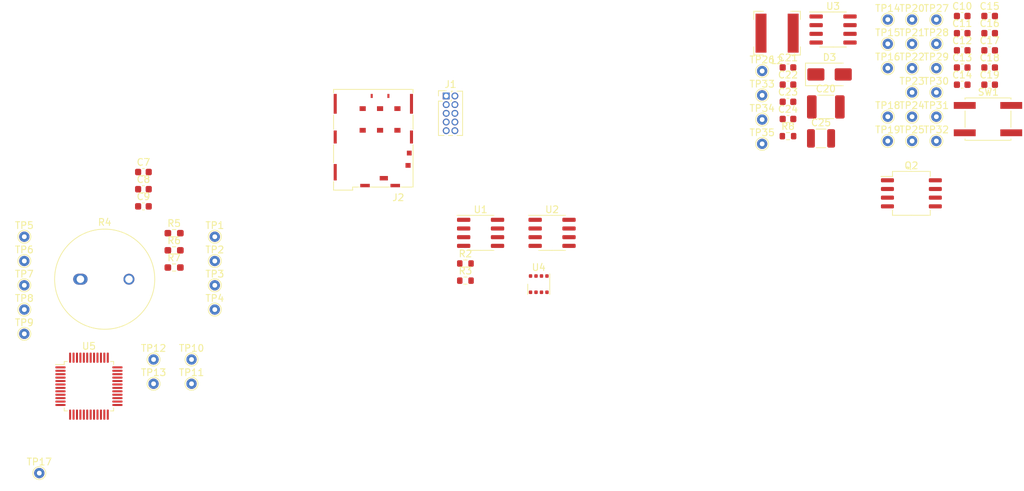
<source format=kicad_pcb>
(kicad_pcb (version 20221018) (generator pcbnew)
  (layers (0 "F.Cu" signal) (31 "B.Cu" signal) (34 "B.Paste" user) (35 "F.Paste" user) (36 "B.SilkS" user "B.Silkscreen") (37 "F.SilkS" user "F.Silkscreen") (38 "B.Mask" user) (39 "F.Mask" user) (44 "Edge.Cuts" user))
  (net 0 "")
  (net 1 "/JTAG/VTref")
  (net 2 "/JTAG/GND")
  (net 4 "/SIM/C1")
  (net 5 "/SIM/C2")
  (net 6 "/SIM/C3")
  (net 7 "/SIM/C7")
  (net 8 "/SIM/C5")
  (net 9 "/SIM/C6")
  (net 10 "/SIM/CSW")
  (net 11 "/SIM/DSW")
  (net 12 "GND")
  (net 13 "Net-(U1-A1)")
  (net 14 "/EEPROM/GND")
  (net 15 "/EEPROM/VCC")
  (net 16 "Net-(U1-A0)")
  (net 17 "/EEPROM/SDA")
  (net 18 "/EEPROM/SCL")
  (net 21 "Net-(U2-VBACK)")
  (net 22 "/RTC/GND")
  (net 24 "/Temperature Sensor/GND")
  (net 25 "/Temperature Sensor/VDDIO")
  (net 26 "/Temperature Sensor/VDD")
  (net 27 "/MCU/JTAG.JTMS{slash}SWDIO")
  (net 28 "/MCU/JTAG.JTCK{slash}SWCLK")
  (net 29 "/MCU/JTAG.JTDO")
  (net 30 "/MCU/JTAG.JTDI")
  (net 31 "/MCU/JTAG.JNTRST")
  (net 32 "/Irradiation Sensor/V_Meas")
  (net 33 "/Irradiation Sensor/GND")
  (net 34 "/Irradiation Sensor/VDD")
  (net 35 "/MCU/SPI1.MISO")
  (net 36 "/MCU/SPI1.SCK")
  (net 37 "/MCU/SPI1.MOSI")
  (net 38 "/MCU/SPI1.NSS")
  (net 39 "/MCU/I2C2.SCL")
  (net 40 "/MCU/I2C2.SDA")
  (net 41 "/RTC/VDD")
  (net 42 "/MCU/VBAT")
  (net 43 "/MCU/TAMPER-RTC")
  (net 44 "/MCU/OSC32_IN")
  (net 45 "/MCU/OSC32_OUT")
  (net 48 "/MCU/VCC")
  (net 49 "/MCU/GND")
  (net 50 "/MCU/NRST")
  (net 51 "/MCU/PA0")
  (net 52 "/MCU/PA1")
  (net 53 "/MCU/PA2")
  (net 54 "/MCU/PA3")
  (net 55 "/MCU/PB0")
  (net 56 "/MCU/PB1")
  (net 57 "/MCU/PB2")
  (net 58 "/PSU/GND")
  (net 59 "/MCU/PB12")
  (net 60 "/MCU/PB13")
  (net 61 "/MCU/PB14")
  (net 62 "/MCU/PB15")
  (net 63 "/MCU/PA8")
  (net 64 "/MCU/PA9")
  (net 65 "/MCU/PA10")
  (net 66 "/MCU/PA11")
  (net 67 "/MCU/PA12")
  (net 68 "/PSU/3V3")
  (net 69 "/MCU/PB5")
  (net 71 "/MCU/PB8")
  (net 72 "/MCU/PB9")
  (net 73 "Net-(U3-SS)")
  (net 74 "Net-(U3-LX)")
  (net 75 "Net-(U3-BOOT)")
  (net 76 "Net-(C23-Pad1)")
  (net 77 "Net-(U3-COMP)")
  (net 78 "/PSU/VIN")
  (net 79 "/Battery connector/V_BAT")
  (net 80 "Net-(Q2-G)")
  (footprint "Capacitor_SMD:C_0603_1608Metric" (layer "F.Cu") (at 210.94 57.195)
    (fp_text reference "C17" (at 0 -1.43) (layer "F.SilkS"))
    (fp_text value "0,1u")
    (pad "1" smd roundrect (at -0.775 0) (size 0.9 0.95) (layers "F.Cu" "F.Paste" "F.Mask") (net 48 "/MCU/VCC"))
    (pad "2" smd roundrect (at 0.775 0) (size 0.9 0.95) (layers "F.Cu" "F.Paste" "F.Mask") (net 49 "/MCU/GND"))
  )
  (footprint "Capacitor_SMD:C_0603_1608Metric" (layer "F.Cu") (at 181.46 67.225)
    (fp_text reference "C24" (at 0 -1.43) (layer "F.SilkS"))
    (fp_text value "120pF")
    (pad "1" smd roundrect (at -0.775 0) (size 0.9 0.95) (layers "F.Cu" "F.Paste" "F.Mask") (net 77 "Net-(U3-COMP)"))
    (pad "2" smd roundrect (at 0.775 0) (size 0.9 0.95) (layers "F.Cu" "F.Paste" "F.Mask") (net 58 "/PSU/GND"))
  )
  (footprint "TestPoint:TestPoint_THTPad_D1.5mm_Drill0.7mm" (layer "F.Cu") (at 199.6 59.795)
    (fp_text reference "TP22" (at 0 -1.648) (layer "F.SilkS"))
    (fp_text value "TestPoint")
    (pad "1" thru_hole circle (at 0 0) (size 1.5 1.5) (drill 0.7) (layers "*.Cu" "*.Mask") (net 67 "/MCU/PA12"))
  )
  (footprint "Package_SO:SOIC-8_3.9x4.9mm_P1.27mm" (layer "F.Cu") (at 136.52 83.8725)
    (fp_text reference "U1" (at 0 -3.4) (layer "F.SilkS"))
    (fp_text value "AT24CS32-SSHM")
    (pad "1" smd roundrect (at -2.475 -1.905) (size 1.95 0.6) (layers "F.Cu" "F.Paste" "F.Mask") (net 16 "Net-(U1-A0)"))
    (pad "2" smd roundrect (at -2.475 -0.635) (size 1.95 0.6) (layers "F.Cu" "F.Paste" "F.Mask") (net 13 "Net-(U1-A1)"))
    (pad "3" smd roundrect (at -2.475 0.635) (size 1.95 0.6) (layers "F.Cu" "F.Paste" "F.Mask") (net 13 "Net-(U1-A1)"))
    (pad "4" smd roundrect (at -2.475 1.905) (size 1.95 0.6) (layers "F.Cu" "F.Paste" "F.Mask") (net 14 "/EEPROM/GND"))
    (pad "5" smd roundrect (at 2.475 1.905) (size 1.95 0.6) (layers "F.Cu" "F.Paste" "F.Mask") (net 17 "/EEPROM/SDA"))
    (pad "6" smd roundrect (at 2.475 0.635) (size 1.95 0.6) (layers "F.Cu" "F.Paste" "F.Mask") (net 18 "/EEPROM/SCL"))
    (pad "7" smd roundrect (at 2.475 -0.635) (size 1.95 0.6) (layers "F.Cu" "F.Paste" "F.Mask") (net 14 "/EEPROM/GND"))
    (pad "8" smd roundrect (at 2.475 -1.905) (size 1.95 0.6) (layers "F.Cu" "F.Paste" "F.Mask") (net 15 "/EEPROM/VCC"))
  )
  (footprint "TestPoint:TestPoint_THTPad_D1.5mm_Drill0.7mm" (layer "F.Cu") (at 196.05 52.695)
    (fp_text reference "TP14" (at 0 -1.648) (layer "F.SilkS"))
    (fp_text value "TestPoint")
    (pad "1" thru_hole circle (at 0 0) (size 1.5 1.5) (drill 0.7) (layers "*.Cu" "*.Mask") (net 51 "/MCU/PA0"))
  )
  (footprint "TestPoint:TestPoint_THTPad_D1.5mm_Drill0.7mm" (layer "F.Cu") (at 97.66 87.99)
    (fp_text reference "TP2" (at 0 -1.648) (layer "F.SilkS"))
    (fp_text value "TestPoint")
    (pad "1" thru_hole circle (at 0 0) (size 1.5 1.5) (drill 0.7) (layers "*.Cu" "*.Mask") (net 36 "/MCU/SPI1.SCK"))
  )
  (footprint "TestPoint:TestPoint_THTPad_D1.5mm_Drill0.7mm" (layer "F.Cu") (at 94.26 102.39)
    (fp_text reference "TP10" (at 0 -1.648) (layer "F.SilkS"))
    (fp_text value "TestPoint")
    (pad "1" thru_hole circle (at 0 0) (size 1.5 1.5) (drill 0.7) (layers "*.Cu" "*.Mask") (net 17 "/EEPROM/SDA"))
  )
  (footprint "TestPoint:TestPoint_THTPad_D1.5mm_Drill0.7mm" (layer "F.Cu") (at 177.68 63.765)
    (fp_text reference "TP33" (at 0 -1.648) (layer "F.SilkS"))
    (fp_text value "TestPoint")
    (pad "1" thru_hole circle (at 0 0) (size 1.5 1.5) (drill 0.7) (layers "*.Cu" "*.Mask") (net 74 "Net-(U3-LX)"))
  )
  (footprint "Package_SO:SOIC-8_3.9x4.9mm_P1.27mm" (layer "F.Cu") (at 146.97 83.8725)
    (fp_text reference "U2" (at 0 -3.4) (layer "F.SilkS"))
    (fp_text value "BQ32000")
    (pad "1" smd roundrect (at -2.475 -1.905) (size 1.95 0.6) (layers "F.Cu" "F.Paste" "F.Mask"))
    (pad "2" smd roundrect (at -2.475 -0.635) (size 1.95 0.6) (layers "F.Cu" "F.Paste" "F.Mask"))
    (pad "3" smd roundrect (at -2.475 0.635) (size 1.95 0.6) (layers "F.Cu" "F.Paste" "F.Mask") (net 21 "Net-(U2-VBACK)"))
    (pad "4" smd roundrect (at -2.475 1.905) (size 1.95 0.6) (layers "F.Cu" "F.Paste" "F.Mask") (net 22 "/RTC/GND"))
    (pad "5" smd roundrect (at 2.475 1.905) (size 1.95 0.6) (layers "F.Cu" "F.Paste" "F.Mask") (net 40 "/MCU/I2C2.SDA"))
    (pad "6" smd roundrect (at 2.475 0.635) (size 1.95 0.6) (layers "F.Cu" "F.Paste" "F.Mask") (net 39 "/MCU/I2C2.SCL"))
    (pad "7" smd roundrect (at 2.475 -0.635) (size 1.95 0.6) (layers "F.Cu" "F.Paste" "F.Mask"))
    (pad "8" smd roundrect (at 2.475 -1.905) (size 1.95 0.6) (layers "F.Cu" "F.Paste" "F.Mask") (net 41 "/RTC/VDD"))
  )
  (footprint "TestPoint:TestPoint_THTPad_D1.5mm_Drill0.7mm" (layer "F.Cu") (at 88.71 102.39)
    (fp_text reference "TP12" (at 0 -1.648) (layer "F.SilkS"))
    (fp_text value "TestPoint")
    (pad "1" thru_hole circle (at 0 0) (size 1.5 1.5) (drill 0.7) (layers "*.Cu" "*.Mask") (net 39 "/MCU/I2C2.SCL"))
  )
  (footprint "Inductor_SMD:L_Bourns-SRN6028" (layer "F.Cu") (at 179.865 54.68)
    (fp_text reference "L2" (at 0 4) (layer "F.SilkS"))
    (fp_text value "15uH")
    (pad "1" smd rect (at -2.35 0) (size 1.6 5.7) (layers "F.Cu" "F.Paste" "F.Mask") (net 74 "Net-(U3-LX)"))
    (pad "2" smd rect (at 2.35 0) (size 1.6 5.7) (layers "F.Cu" "F.Paste" "F.Mask") (net 68 "/PSU/3V3"))
  )
  (footprint "TestPoint:TestPoint_THTPad_D1.5mm_Drill0.7mm" (layer "F.Cu") (at 177.68 70.865)
    (fp_text reference "TP35" (at 0 -1.648) (layer "F.SilkS"))
    (fp_text value "TestPoint")
    (pad "1" thru_hole circle (at 0 0) (size 1.5 1.5) (drill 0.7) (layers "*.Cu" "*.Mask") (net 68 "/PSU/3V3"))
  )
  (footprint "Package_QFP:LQFP-48_7x7mm_P0.5mm" (layer "F.Cu") (at 79.26 106.29)
    (fp_text reference "U5" (at 0 -5.85) (layer "F.SilkS"))
    (fp_text value "STM32F101C8Tx")
    (pad "1" smd roundrect (at -4.1625 -2.75) (size 1.475 0.3) (layers "F.Cu" "F.Paste" "F.Mask") (net 42 "/MCU/VBAT"))
    (pad "2" smd roundrect (at -4.1625 -2.25) (size 1.475 0.3) (layers "F.Cu" "F.Paste" "F.Mask") (net 43 "/MCU/TAMPER-RTC"))
    (pad "3" smd roundrect (at -4.1625 -1.75) (size 1.475 0.3) (layers "F.Cu" "F.Paste" "F.Mask") (net 44 "/MCU/OSC32_IN"))
    (pad "4" smd roundrect (at -4.1625 -1.25) (size 1.475 0.3) (layers "F.Cu" "F.Paste" "F.Mask") (net 45 "/MCU/OSC32_OUT"))
    (pad "5" smd roundrect (at -4.1625 -0.75) (size 1.475 0.3) (layers "F.Cu" "F.Paste" "F.Mask"))
    (pad "6" smd roundrect (at -4.1625 -0.25) (size 1.475 0.3) (layers "F.Cu" "F.Paste" "F.Mask"))
    (pad "7" smd roundrect (at -4.1625 0.25) (size 1.475 0.3) (layers "F.Cu" "F.Paste" "F.Mask") (net 50 "/MCU/NRST"))
    (pad "8" smd roundrect (at -4.1625 0.75) (size 1.475 0.3) (layers "F.Cu" "F.Paste" "F.Mask") (net 49 "/MCU/GND"))
    (pad "9" smd roundrect (at -4.1625 1.25) (size 1.475 0.3) (layers "F.Cu" "F.Paste" "F.Mask") (net 48 "/MCU/VCC"))
    (pad "10" smd roundrect (at -4.1625 1.75) (size 1.475 0.3) (layers "F.Cu" "F.Paste" "F.Mask") (net 51 "/MCU/PA0"))
    (pad "11" smd roundrect (at -4.1625 2.25) (size 1.475 0.3) (layers "F.Cu" "F.Paste" "F.Mask") (net 52 "/MCU/PA1"))
    (pad "12" smd roundrect (at -4.1625 2.75) (size 1.475 0.3) (layers "F.Cu" "F.Paste" "F.Mask") (net 53 "/MCU/PA2"))
    (pad "13" smd roundrect (at -2.75 4.1625) (size 0.3 1.475) (layers "F.Cu" "F.Paste" "F.Mask") (net 54 "/MCU/PA3"))
    (pad "14" smd roundrect (at -2.25 4.1625) (size 0.3 1.475) (layers "F.Cu" "F.Paste" "F.Mask") (net 38 "/MCU/SPI1.NSS"))
    (pad "15" smd roundrect (at -1.75 4.1625) (size 0.3 1.475) (layers "F.Cu" "F.Paste" "F.Mask") (net 36 "/MCU/SPI1.SCK"))
    (pad "16" smd roundrect (at -1.25 4.1625) (size 0.3 1.475) (layers "F.Cu" "F.Paste" "F.Mask") (net 35 "/MCU/SPI1.MISO"))
    (pad "17" smd roundrect (at -0.75 4.1625) (size 0.3 1.475) (layers "F.Cu" "F.Paste" "F.Mask") (net 37 "/MCU/SPI1.MOSI"))
    (pad "18" smd roundrect (at -0.25 4.1625) (size 0.3 1.475) (layers "F.Cu" "F.Paste" "F.Mask") (net 55 "/MCU/PB0"))
    (pad "19" smd roundrect (at 0.25 4.1625) (size 0.3 1.475) (layers "F.Cu" "F.Paste" "F.Mask") (net 56 "/MCU/PB1"))
    (pad "20" smd roundrect (at 0.75 4.1625) (size 0.3 1.475) (layers "F.Cu" "F.Paste" "F.Mask") (net 57 "/MCU/PB2"))
    (pad "21" smd roundrect (at 1.25 4.1625) (size 0.3 1.475) (layers "F.Cu" "F.Paste" "F.Mask") (net 39 "/MCU/I2C2.SCL"))
    (pad "22" smd roundrect (at 1.75 4.1625) (size 0.3 1.475) (layers "F.Cu" "F.Paste" "F.Mask") (net 40 "/MCU/I2C2.SDA"))
    (pad "23" smd roundrect (at 2.25 4.1625) (size 0.3 1.475) (layers "F.Cu" "F.Paste" "F.Mask") (net 49 "/MCU/GND"))
    (pad "24" smd roundrect (at 2.75 4.1625) (size 0.3 1.475) (layers "F.Cu" "F.Paste" "F.Mask") (net 48 "/MCU/VCC"))
    (pad "25" smd roundrect (at 4.1625 2.75) (size 1.475 0.3) (layers "F.Cu" "F.Paste" "F.Mask") (net 59 "/MCU/PB12"))
    (pad "26" smd roundrect (at 4.1625 2.25) (size 1.475 0.3) (layers "F.Cu" "F.Paste" "F.Mask") (net 60 "/MCU/PB13"))
    (pad "27" smd roundrect (at 4.1625 1.75) (size 1.475 0.3) (layers "F.Cu" "F.Paste" "F.Mask") (net 61 "/MCU/PB14"))
    (pad "28" smd roundrect (at 4.1625 1.25) (size 1.475 0.3) (layers "F.Cu" "F.Paste" "F.Mask") (net 62 "/MCU/PB15"))
    (pad "29" smd roundrect (at 4.1625 0.75) (size 1.475 0.3) (layers "F.Cu" "F.Paste" "F.Mask") (net 63 "/MCU/PA8"))
    (pad "30" smd roundrect (at 4.1625 0.25) (size 1.475 0.3) (layers "F.Cu" "F.Paste" "F.Mask") (net 64 "/MCU/PA9"))
    (pad "31" smd roundrect (at 4.1625 -0.25) (size 1.475 0.3) (layers "F.Cu" "F.Paste" "F.Mask") (net 65 "/MCU/PA10"))
    (pad "32" smd roundrect (at 4.1625 -0.75) (size 1.475 0.3) (layers "F.Cu" "F.Paste" "F.Mask") (net 66 "/MCU/PA11"))
    (pad "33" smd roundrect (at 4.1625 -1.25) (size 1.475 0.3) (layers "F.Cu" "F.Paste" "F.Mask") (net 67 "/MCU/PA12"))
    (pad "34" smd roundrect (at 4.1625 -1.75) (size 1.475 0.3) (layers "F.Cu" "F.Paste" "F.Mask") (net 27 "/MCU/JTAG.JTMS{slash}SWDIO"))
    (pad "35" smd roundrect (at 4.1625 -2.25) (size 1.475 0.3) (layers "F.Cu" "F.Paste" "F.Mask") (net 49 "/MCU/GND"))
    (pad "36" smd roundrect (at 4.1625 -2.75) (size 1.475 0.3) (layers "F.Cu" "F.Paste" "F.Mask") (net 48 "/MCU/VCC"))
    (pad "37" smd roundrect (at 2.75 -4.1625) (size 0.3 1.475) (layers "F.Cu" "F.Paste" "F.Mask") (net 28 "/MCU/JTAG.JTCK{slash}SWCLK"))
    (pad "38" smd roundrect (at 2.25 -4.1625) (size 0.3 1.475) (layers "F.Cu" "F.Paste" "F.Mask") (net 30 "/MCU/JTAG.JTDI"))
    (pad "39" smd roundrect (at 1.75 -4.1625) (size 0.3 1.475) (layers "F.Cu" "F.Paste" "F.Mask") (net 29 "/MCU/JTAG.JTDO"))
    (pad "40" smd roundrect (at 1.25 -4.1625) (size 0.3 1.475) (layers "F.Cu" "F.Paste" "F.Mask") (net 31 "/MCU/JTAG.JNTRST"))
    (pad "41" smd roundrect (at 0.75 -4.1625) (size 0.3 1.475) (layers "F.Cu" "F.Paste" "F.Mask") (net 69 "/MCU/PB5"))
    (pad "42" smd roundrect (at 0.25 -4.1625) (size 0.3 1.475) (layers "F.Cu" "F.Paste" "F.Mask") (net 18 "/EEPROM/SCL"))
    (pad "43" smd roundrect (at -0.25 -4.1625) (size 0.3 1.475) (layers "F.Cu" "F.Paste" "F.Mask") (net 17 "/EEPROM/SDA"))
    (pad "44" smd roundrect (at -0.75 -4.1625) (size 0.3 1.475) (layers "F.Cu" "F.Paste" "F.Mask"))
    (pad "45" smd roundrect (at -1.25 -4.1625) (size 0.3 1.475) (layers "F.Cu" "F.Paste" "F.Mask") (net 71 "/MCU/PB8"))
    (pad "46" smd roundrect (at -1.75 -4.1625) (size 0.3 1.475) (layers "F.Cu" "F.Paste" "F.Mask") (net 72 "/MCU/PB9"))
    (pad "47" smd roundrect (at -2.25 -4.1625) (size 0.3 1.475) (layers "F.Cu" "F.Paste" "F.Mask") (net 49 "/MCU/GND"))
    (pad "48" smd roundrect (at -2.75 -4.1625) (size 0.3 1.475) (layers "F.Cu" "F.Paste" "F.Mask") (net 48 "/MCU/VCC"))
  )
  (footprint "Diode_SMD:D_SMA" (layer "F.Cu") (at 187.535 60.715)
    (fp_text reference "D3" (at 0 -2.5) (layer "F.SilkS"))
    (fp_text value "B120-E3")
    (pad "1" smd roundrect (at -2 0) (size 2.5 1.8) (layers "F.Cu" "F.Paste" "F.Mask") (roundrect_rratio 0.1388888889) (net 68 "/PSU/3V3"))
    (pad "2" smd roundrect (at 2 0) (size 2.5 1.8) (layers "F.Cu" "F.Paste" "F.Mask") (roundrect_rratio 0.1388888889) (net 58 "/PSU/GND"))
  )
  (footprint "TestPoint:TestPoint_THTPad_D1.5mm_Drill0.7mm" (layer "F.Cu") (at 97.66 91.54)
    (fp_text reference "TP3" (at 0 -1.648) (layer "F.SilkS"))
    (fp_text value "TestPoint")
    (pad "1" thru_hole circle (at 0 0) (size 1.5 1.5) (drill 0.7) (layers "*.Cu" "*.Mask") (net 37 "/MCU/SPI1.MOSI"))
  )
  (footprint "TestPoint:TestPoint_THTPad_D1.5mm_Drill0.7mm" (layer "F.Cu") (at 203.15 63.345)
    (fp_text reference "TP30" (at 0 -1.648) (layer "F.SilkS"))
    (fp_text value "TestPoint")
    (pad "1" thru_hole circle (at 0 0) (size 1.5 1.5) (drill 0.7) (layers "*.Cu" "*.Mask") (net 62 "/MCU/PB15"))
  )
  (footprint "Package_LGA:Bosch_LGA-8_3x3mm_P0.8mm_ClockwisePinNumbering" (layer "F.Cu") (at 145.02 91.3725)
    (fp_text reference "U4" (at 0 -2.45) (layer "F.SilkS"))
    (fp_text value "BME680")
    (pad "1" smd roundrect (at -1.2 -1.1875) (size 0.5 0.525) (layers "F.Cu" "F.Paste" "F.Mask") (net 24 "/Temperature Sensor/GND"))
    (pad "2" smd roundrect (at -0.4 -1.1875) (size 0.5 0.525) (layers "F.Cu" "F.Paste" "F.Mask") (net 38 "/MCU/SPI1.NSS"))
    (pad "3" smd roundrect (at 0.4 -1.1875) (size 0.5 0.525) (layers "F.Cu" "F.Paste" "F.Mask") (net 37 "/MCU/SPI1.MOSI"))
    (pad "4" smd roundrect (at 1.2 -1.1875) (size 0.5 0.525) (layers "F.Cu" "F.Paste" "F.Mask") (net 36 "/MCU/SPI1.SCK"))
    (pad "5" smd roundrect (at 1.2 1.1875) (size 0.5 0.525) (layers "F.Cu" "F.Paste" "F.Mask") (net 35 "/MCU/SPI1.MISO"))
    (pad "6" smd roundrect (at 0.4 1.1875) (size 0.5 0.525) (layers "F.Cu" "F.Paste" "F.Mask") (net 25 "/Temperature Sensor/VDDIO"))
    (pad "7" smd roundrect (at -0.4 1.1875) (size 0.5 0.525) (layers "F.Cu" "F.Paste" "F.Mask") (net 24 "/Temperature Sensor/GND"))
    (pad "8" smd roundrect (at -1.2 1.1875) (size 0.5 0.525) (layers "F.Cu" "F.Paste" "F.Mask") (net 26 "/Temperature Sensor/VDD"))
  )
  (footprint "Capacitor_SMD:C_0603_1608Metric" (layer "F.Cu") (at 206.93 62.215)
    (fp_text reference "C14" (at 0 -1.43) (layer "F.SilkS"))
    (fp_text value "0,1u")
    (pad "1" smd roundrect (at -0.775 0) (size 0.9 0.95) (layers "F.Cu" "F.Paste" "F.Mask") (net 42 "/MCU/VBAT"))
    (pad "2" smd roundrect (at 0.775 0) (size 0.9 0.95) (layers "F.Cu" "F.Paste" "F.Mask") (net 49 "/MCU/GND"))
  )
  (footprint "TestPoint:TestPoint_THTPad_D1.5mm_Drill0.7mm" (layer "F.Cu") (at 69.81 87.99)
    (fp_text reference "TP6" (at 0 -1.648) (layer "F.SilkS"))
    (fp_text value "TestPoint")
    (pad "1" thru_hole circle (at 0 0) (size 1.5 1.5) (drill 0.7) (layers "*.Cu" "*.Mask") (net 28 "/MCU/JTAG.JTCK{slash}SWCLK"))
  )
  (footprint "Resistor_SMD:R_0603_1608Metric" (layer "F.Cu") (at 134.3 90.8625)
    (fp_text reference "R3" (at 0 -1.43) (layer "F.SilkS"))
    (fp_text value "10k")
    (pad "1" smd roundrect (at -0.825 0) (size 0.8 0.95) (layers "F.Cu" "F.Paste" "F.Mask") (net 15 "/EEPROM/VCC"))
    (pad "2" smd roundrect (at 0.825 0) (size 0.8 0.95) (layers "F.Cu" "F.Paste" "F.Mask") (net 16 "Net-(U1-A0)"))
  )
  (footprint "Resistor_SMD:R_0603_1608Metric_Pad0.98x0.95mm_HandSolder" (layer "F.Cu") (at 91.71 83.92)
    (fp_text reference "R5" (at 0 -1.43) (layer "F.SilkS"))
    (fp_text value "100k")
    (pad "1" smd roundrect (at -0.9125 0) (size 0.975 0.95) (layers "F.Cu" "F.Paste" "F.Mask") (net 34 "/Irradiation Sensor/VDD"))
    (pad "2" smd roundrect (at 0.9125 0) (size 0.975 0.95) (layers "F.Cu" "F.Paste" "F.Mask") (net 32 "/Irradiation Sensor/V_Meas"))
  )
  (footprint "TestPoint:TestPoint_THTPad_D1.5mm_Drill0.7mm" (layer "F.Cu") (at 203.15 70.445)
    (fp_text reference "TP32" (at 0 -1.648) (layer "F.SilkS"))
    (fp_text value "TestPoint")
    (pad "1" thru_hole circle (at 0 0) (size 1.5 1.5) (drill 0.7) (layers "*.Cu" "*.Mask") (net 72 "/MCU/PB9"))
  )
  (footprint "Package_SO:SOIC-8_3.9x4.9mm_P1.27mm" (layer "F.Cu") (at 188.05 54.145)
    (fp_text reference "U3" (at 0 -3.4) (layer "F.SilkS"))
    (fp_text value "TPS5403")
    (pad "1" smd roundrect (at -2.475 -1.905) (size 1.95 0.6) (layers "F.Cu" "F.Paste" "F.Mask") (net 75 "Net-(U3-BOOT)"))
    (pad "2" smd roundrect (at -2.475 -0.635) (size 1.95 0.6) (layers "F.Cu" "F.Paste" "F.Mask") (net 78 "/PSU/VIN"))
    (pad "3" smd roundrect (at -2.475 0.635) (size 1.95 0.6) (layers "F.Cu" "F.Paste" "F.Mask"))
    (pad "4" smd roundrect (at -2.475 1.905) (size 1.95 0.6) (layers "F.Cu" "F.Paste" "F.Mask") (net 73 "Net-(U3-SS)"))
    (pad "5" smd roundrect (at 2.475 1.905) (size 1.95 0.6) (layers "F.Cu" "F.Paste" "F.Mask"))
    (pad "6" smd roundrect (at 2.475 0.635) (size 1.95 0.6) (layers "F.Cu" "F.Paste" "F.Mask") (net 77 "Net-(U3-COMP)"))
    (pad "7" smd roundrect (at 2.475 -0.635) (size 1.95 0.6) (layers "F.Cu" "F.Paste" "F.Mask") (net 58 "/PSU/GND"))
    (pad "8" smd roundrect (at 2.475 -1.905) (size 1.95 0.6) (layers "F.Cu" "F.Paste" "F.Mask") (net 74 "Net-(U3-LX)"))
  )
  (footprint "Resistor_SMD:R_0603_1608Metric_Pad0.98x0.95mm_HandSolder" (layer "F.Cu") (at 91.71 86.43)
    (fp_text reference "R6" (at 0 -1.43) (layer "F.SilkS"))
    (fp_text value "100k")
    (pad "1" smd roundrect (at -0.9125 0) (size 0.975 0.95) (layers "F.Cu" "F.Paste" "F.Mask") (net 34 "/Irradiation Sensor/VDD"))
    (pad "2" smd roundrect (at 0.9125 0) (size 0.975 0.95) (layers "F.Cu" "F.Paste" "F.Mask") (net 32 "/Irradiation Sensor/V_Meas"))
  )
  (footprint "TestPoint:TestPoint_THTPad_D1.5mm_Drill0.7mm" (layer "F.Cu") (at 203.15 56.245)
    (fp_text reference "TP28" (at 0 -1.648) (layer "F.SilkS"))
    (fp_text value "TestPoint")
    (pad "1" thru_hole circle (at 0 0) (size 1.5 1.5) (drill 0.7) (layers "*.Cu" "*.Mask") (net 60 "/MCU/PB13"))
  )
  (footprint "TestPoint:TestPoint_THTPad_D1.5mm_Drill0.7mm" (layer "F.Cu") (at 199.6 63.345)
    (fp_text reference "TP23" (at 0 -1.648) (layer "F.SilkS"))
    (fp_text value "TestPoint")
    (pad "1" thru_hole circle (at 0 0) (size 1.5 1.5) (drill 0.7) (layers "*.Cu" "*.Mask") (net 55 "/MCU/PB0"))
  )
  (footprint "TestPoint:TestPoint_THTPad_D1.5mm_Drill0.7mm" (layer "F.Cu") (at 69.81 98.64)
    (fp_text reference "TP9" (at 0 -1.648) (layer "F.SilkS"))
    (fp_text value "TestPoint")
    (pad "1" thru_hole circle (at 0 0) (size 1.5 1.5) (drill 0.7) (layers "*.Cu" "*.Mask") (net 30 "/MCU/JTAG.JTDI"))
  )
  (footprint "Capacitor_SMD:C_0603_1608Metric" (layer "F.Cu") (at 181.46 62.205)
    (fp_text reference "C22" (at 0 -1.43) (layer "F.SilkS"))
    (fp_text value "0,1u")
    (pad "1" smd roundrect (at -0.775 0) (size 0.9 0.95) (layers "F.Cu" "F.Paste" "F.Mask") (net 74 "Net-(U3-LX)"))
    (pad "2" smd roundrect (at 0.775 0) (size 0.9 0.95) (layers "F.Cu" "F.Paste" "F.Mask") (net 75 "Net-(U3-BOOT)"))
  )
  (footprint "TestPoint:TestPoint_THTPad_D1.5mm_Drill0.7mm" (layer "F.Cu") (at 203.15 66.895)
    (fp_text reference "TP31" (at 0 -1.648) (layer "F.SilkS"))
    (fp_text value "TestPoint")
    (pad "1" thru_hole circle (at 0 0) (size 1.5 1.5) (drill 0.7) (layers "*.Cu" "*.Mask") (net 71 "/MCU/PB8"))
  )
  (footprint "TestPoint:TestPoint_THTPad_D1.5mm_Drill0.7mm" (layer "F.Cu") (at 69.81 95.09)
    (fp_text reference "TP8" (at 0 -1.648) (layer "F.SilkS"))
    (fp_text value "TestPoint")
    (pad "1" thru_hole circle (at 0 0) (size 1.5 1.5) (drill 0.7) (layers "*.Cu" "*.Mask") (net 29 "/MCU/JTAG.JTDO"))
  )
  (footprint "TestPoint:TestPoint_THTPad_D1.5mm_Drill0.7mm" (layer "F.Cu") (at 199.6 52.695)
    (fp_text reference "TP20" (at 0 -1.648) (layer "F.SilkS"))
    (fp_text value "TestPoint")
    (pad "1" thru_hole circle (at 0 0) (size 1.5 1.5) (drill 0.7) (layers "*.Cu" "*.Mask") (net 65 "/MCU/PA10"))
  )
  (footprint "Resistor_SMD:R_0603_1608Metric" (layer "F.Cu") (at 134.3 88.3525)
    (fp_text reference "R2" (at 0 -1.43) (layer "F.SilkS"))
    (fp_text value "10k")
    (pad "1" smd roundrect (at -0.825 0) (size 0.8 0.95) (layers "F.Cu" "F.Paste" "F.Mask") (net 13 "Net-(U1-A1)"))
    (pad "2" smd roundrect (at 0.825 0) (size 0.8 0.95) (layers "F.Cu" "F.Paste" "F.Mask") (net 14 "/EEPROM/GND"))
  )
  (footprint "TestPoint:TestPoint_THTPad_D1.5mm_Drill0.7mm" (layer "F.Cu") (at 72 119)
    (fp_text reference "TP17" (at 0 -1.648) (layer "F.SilkS"))
    (fp_text value "TestPoint")
    (pad "1" thru_hole circle (at 0 0) (size 1.5 1.5) (drill 0.7) (layers "*.Cu" "*.Mask") (net 54 "/MCU/PA3"))
  )
  (footprint "Resistor_SMD:R_0603_1608Metric_Pad0.98x0.95mm_HandSolder" (layer "F.Cu") (at 91.71 88.94)
    (fp_text reference "R7" (at 0 -1.43) (layer "F.SilkS"))
    (fp_text value "100k")
    (pad "1" smd roundrect (at -0.9125 0) (size 0.975 0.95) (layers "F.Cu" "F.Paste" "F.Mask") (net 32 "/Irradiation Sensor/V_Meas"))
    (pad "2" smd roundrect (at 0.9125 0) (size 0.975 0.95) (layers "F.Cu" "F.Paste" "F.Mask") (net 33 "/Irradiation Sensor/GND"))
  )
  (footprint "TestPoint:TestPoint_THTPad_D1.5mm_Drill0.7mm" (layer "F.Cu") (at 177.68 67.315)
    (fp_text reference "TP34" (at 0 -1.648) (layer "F.SilkS"))
    (fp_text value "TestPoint")
    (pad "1" thru_hole circle (at 0 0) (size 1.5 1.5) (drill 0.7) (layers "*.Cu" "*.Mask") (net 75 "Net-(U3-BOOT)"))
  )
  (footprint "TestPoint:TestPoint_THTPad_D1.5mm_Drill0.7mm" (layer "F.Cu") (at 196.05 70.445)
    (fp_text reference "TP19" (at 0 -1.648) (layer "F.SilkS"))
    (fp_text value "TestPoint")
    (pad "1" thru_hole circle (at 0 0) (size 1.5 1.5) (drill 0.7) (layers "*.Cu" "*.Mask") (net 64 "/MCU/PA9"))
  )
  (footprint "TestPoint:TestPoint_THTPad_D1.5mm_Drill0.7mm" (layer "F.Cu") (at 203.15 52.695)
    (fp_text reference "TP27" (at 0 -1.648) (layer "F.SilkS"))
    (fp_text value "TestPoint")
    (pad "1" thru_hole circle (at 0 0) (size 1.5 1.5) (drill 0.7) (layers "*.Cu" "*.Mask") (net 59 "/MCU/PB12"))
  )
  (footprint "Capacitor_SMD:C_0603_1608Metric" (layer "F.Cu") (at 206.93 52.175)
    (fp_text reference "C10" (at 0 -1.43) (layer "F.SilkS"))
    (fp_text value "0,47u")
    (pad "1" smd roundrect (at -0.775 0) (size 0.9 0.95) (layers "F.Cu" "F.Paste" "F.Mask") (net 42 "/MCU/VBAT"))
    (pad "2" smd roundrect (at 0.775 0) (size 0.9 0.95) (layers "F.Cu" "F.Paste" "F.Mask") (net 49 "/MCU/GND"))
  )
  (footprint "TestPoint:TestPoint_THTPad_D1.5mm_Drill0.7mm" (layer "F.Cu") (at 69.81 84.44)
    (fp_text reference "TP5" (at 0 -1.648) (layer "F.SilkS"))
    (fp_text value "TestPoint")
    (pad "1" thru_hole circle (at 0 0) (size 1.5 1.5) (drill 0.7) (layers "*.Cu" "*.Mask") (net 31 "/MCU/JTAG.JNTRST"))
  )
  (footprint "Connector_JAE:JAE_SIM_Card_SF72S006" (layer "F.Cu") (at 121.82 68.17)
    (fp_text reference "J2" (at 2.667 10.541 180) (layer "F.SilkS"))
    (fp_text value "JAE_SIM_Card_SF72S006")
    (pad "C1" smd rect (at -2.54 -2.46 180) (size 0.9 0.7) (layers "F.Cu" "F.Paste" "F.Mask") (net 4 "/SIM/C1"))
    (pad "C2" smd rect (at 0 -2.46 180) (size 0.9 0.7) (layers "F.Cu" "F.Paste" "F.Mask") (net 5 "/SIM/C2"))
    (pad "C3" smd rect (at 2.54 -2.46 180) (size 0.9 0.7) (layers "F.Cu" "F.Paste" "F.Mask") (net 6 "/SIM/C3"))
    (pad "C5" smd rect (at -2.54 0.71 180) (size 0.9 0.7) (layers "F.Cu" "F.Paste" "F.Mask") (net 8 "/SIM/C5"))
    (pad "C6" smd rect (at 0 0.71 180) (size 0.9 0.7) (layers "F.Cu" "F.Paste" "F.Mask") (net 9 "/SIM/C6"))
    (pad "C7" smd rect (at 2.54 0.71 180) (size 0.9 0.7) (layers "F.Cu" "F.Paste" "F.Mask") (net 7 "/SIM/C7"))
    (pad "CSW" smd rect (at 4.27 4.04 180) (size 0.7 0.7) (layers "F.Cu" "F.Paste" "F.Mask") (net 10 "/SIM/CSW"))
    (pad "DSW" smd rect (at 0.55 7.715 180) (size 1.2 0.65) (layers "F.Cu" "F.Paste" "F.Mask") (net 11 "/SIM/DSW"))
    (pad "SH" smd rect (at -6.555 -3.16 180) (size 0.45 2.9) (layers "F.Cu" "F.Paste" "F.Mask") (net 12 "GND"))
    (pad "SH" smd rect (at -6.555 1.69 180) (size 0.45 1.9) (layers "F.Cu" "F.Paste" "F.Mask") (net 12 "GND"))
    (pad "SH" smd rect (at -6.555 6.84 180) (size 0.45 2.4) (layers "F.Cu" "F.Paste" "F.Mask") (net 12 "GND"))
    (pad "SH" smd rect (at -2.2 8.79 180) (size 1.4 0.5) (layers "F.Cu" "F.Paste" "F.Mask") (net 12 "GND"))
    (pad "SH" smd rect (at -1.22 -4.31 180) (size 0.3 0.6) (layers "F.Cu" "F.Paste" "F.Mask") (net 12 "GND"))
    (pad "SH" smd rect (at 1.22 -4.31 180) (size 0.3 0.6) (layers "F.Cu" "F.Paste" "F.Mask") (net 12 "GND"))
    (pad "SH" smd rect (at 2.22 8.79 180) (size 1.4 0.5) (layers "F.Cu" "F.Paste" "F.Mask") (net 12 "GND"))
    (pad "SH" smd rect (at 4.095 5.84 180) (size 0.75 0.7) (layers "F.Cu" "F.Paste" "F.Mask") (net 12 "GND"))
    (pad "SH" smd rect (at 4.595 -3.16 180) (size 0.45 2.9) (layers "F.Cu" "F.Paste" "F.Mask") (net 12 "GND"))
    (pad "SH" smd rect (at 4.595 1.69 180) (size 0.45 1.9) (layers "F.Cu" "F.Paste" "F.Mask") (net 12 "GND"))
  )
  (footprint "Capacitor_SMD:C_0603_1608Metric" (layer "F.Cu") (at 206.93 57.195)
    (fp_text reference "C12" (at 0 -1.43) (layer "F.SilkS"))
    (fp_text value "0,47u")
    (pad "1" smd roundrect (at -0.775 0) (size 0.9 0.95) (layers "F.Cu" "F.Paste" "F.Mask") (net 48 "/MCU/VCC"))
    (pad "2" smd roundrect (at 0.775 0) (size 0.9 0.95) (layers "F.Cu" "F.Paste" "F.Mask") (net 49 "/MCU/GND"))
  )
  (footprint "TestPoint:TestPoint_THTPad_D1.5mm_Drill0.7mm" (layer "F.Cu") (at 94.26 105.94)
    (fp_text reference "TP11" (at 0 -1.648) (layer "F.SilkS"))
    (fp_text value "TestPoint")
    (pad "1" thru_hole circle (at 0 0) (size 1.5 1.5) (drill 0.7) (layers "*.Cu" "*.Mask") (net 18 "/EEPROM/SCL"))
  )
  (footprint "TestPoint:TestPoint_THTPad_D1.5mm_Drill0.7mm" (layer "F.Cu") (at 196.05 59.795)
    (fp_text reference "TP16" (at 0 -1.648) (layer "F.SilkS"))
    (fp_text value "TestPoint")
    (pad "1" thru_hole circle (at 0 0) (size 1.5 1.5) (drill 0.7) (layers "*.Cu" "*.Mask") (net 53 "/MCU/PA2"))
  )
  (footprint "Capacitor_SMD:C_0603_1608Metric" (layer "F.Cu") (at 181.46 59.695)
    (fp_text reference "C21" (at 0 -1.43) (layer "F.SilkS"))
    (fp_text value "10n")
    (pad "1" smd roundrect (at -0.775 0) (size 0.9 0.95) (layers "F.Cu" "F.Paste" "F.Mask") (net 73 "Net-(U3-SS)"))
    (pad "2" smd roundrect (at 0.775 0) (size 0.9 0.95) (layers "F.Cu" "F.Paste" "F.Mask") (net 58 "/PSU/GND"))
  )
  (footprint "TestPoint:TestPoint_THTPad_D1.5mm_Drill0.7mm" (layer "F.Cu") (at 97.66 84.44)
    (fp_text reference "TP1" (at 0 -1.648) (layer "F.SilkS"))
    (fp_text value "TestPoint")
    (pad "1" thru_hole circle (at 0 0) (size 1.5 1.5) (drill 0.7) (layers "*.Cu" "*.Mask") (net 35 "/MCU/SPI1.MISO"))
  )
  (footprint "TestPoint:TestPoint_THTPad_D1.5mm_Drill0.7mm" (layer "F.Cu") (at 196.05 66.895)
    (fp_text reference "TP18" (at 0 -1.648) (layer "F.SilkS"))
    (fp_text value "TestPoint")
    (pad "1" thru_hole circle (at 0 0) (size 1.5 1.5) (drill 0.7) (layers "*.Cu" "*.Mask") (net 63 "/MCU/PA8"))
  )
  (footprint "Capacitor_SMD:C_0603_1608Metric" (layer "F.Cu") (at 210.94 54.685)
    (fp_text reference "C16" (at 0 -1.43) (layer "F.SilkS"))
    (fp_text value "0,1u")
    (pad "1" smd roundrect (at -0.775 0) (size 0.9 0.95) (layers "F.Cu" "F.Paste" "F.Mask") (net 48 "/MCU/VCC"))
    (pad "2" smd roundrect (at 0.775 0) (size 0.9 0.95) (layers "F.Cu" "F.Paste" "F.Mask") (net 49 "/MCU/GND"))
  )
  (footprint "Capacitor_SMD:C_0603_1608Metric" (layer "F.Cu") (at 206.93 54.685)
    (fp_text reference "C11" (at 0 -1.43) (layer "F.SilkS"))
    (fp_text value "0,47u")
    (pad "1" smd roundrect (at -0.775 0) (size 0.9 0.95) (layers "F.Cu" "F.Paste" "F.Mask") (net 42 "/MCU/VBAT"))
    (pad "2" smd roundrect (at 0.775 0) (size 0.9 0.95) (layers "F.Cu" "F.Paste" "F.Mask") (net 49 "/MCU/GND"))
  )
  (footprint "Capacitor_SMD:C_0603_1608Metric" (layer "F.Cu") (at 181.46 64.715)
    (fp_text reference "C23" (at 0 -1.43) (layer "F.SilkS"))
    (fp_text value "12nF")
    (pad "1" smd roundrect (at -0.775 0) (size 0.9 0.95) (layers "F.Cu" "F.Paste" "F.Mask") (net 76 "Net-(C23-Pad1)"))
    (pad "2" smd roundrect (at 0.775 0) (size 0.9 0.95) (layers "F.Cu" "F.Paste" "F.Mask") (net 58 "/PSU/GND"))
  )
  (footprint "TestPoint:TestPoint_THTPad_D1.5mm_Drill0.7mm" (layer "F.Cu") (at 199.6 56.245)
    (fp_text reference "TP21" (at 0 -1.648) (layer "F.SilkS"))
    (fp_text value "TestPoint")
    (pad "1" thru_hole circle (at 0 0) (size 1.5 1.5) (drill 0.7) (layers "*.Cu" "*.Mask") (net 66 "/MCU/PA11"))
  )
  (footprint "Package_SO:SO-8_5.3x6.2mm_P1.27mm" (layer "F.Cu") (at 199.5 78.095)
    (fp_text reference "Q2" (at 0 -4.05) (layer "F.SilkS"))
    (fp_text value "PMOS")
    (pad "1" smd roundrect (at -3.5 -1.905) (size 1.9 0.6) (layers "F.Cu" "F.Paste" "F.Mask") (net 79 "/Battery connector/V_BAT"))
    (pad "2" smd roundrect (at -3.5 -0.635) (size 1.9 0.6) (layers "F.Cu" "F.Paste" "F.Mask") (net 80 "Net-(Q2-G)"))
    (pad "3" smd roundrect (at -3.5 0.635) (size 1.9 0.6) (layers "F.Cu" "F.Paste" "F.Mask"))
    (pad "4" smd roundrect (at -3.5 1.905) (size 1.9 0.6) (layers "F.Cu" "F.Paste" "F.Mask"))
    (pad "5" smd roundrect (at 3.5 1.905) (size 1.9 0.6) (layers "F.Cu" "F.Paste" "F.Mask"))
    (pad "6" smd roundrect (at 3.5 0.635) (size 1.9 0.6) (layers "F.Cu" "F.Paste" "F.Mask"))
    (pad "7" smd roundrect (at 3.5 -0.635) (size 1.9 0.6) (layers "F.Cu" "F.Paste" "F.Mask"))
    (pad "8" smd roundrect (at 3.5 -1.905) (size 1.9 0.6) (layers "F.Cu" "F.Paste" "F.Mask"))
  )
  (footprint "TestPoint:TestPoint_THTPad_D1.5mm_Drill0.7mm" (layer "F.Cu") (at 199.6 70.445)
    (fp_text reference "TP25" (at 0 -1.648) (layer "F.SilkS"))
    (fp_text value "TestPoint")
    (pad "1" thru_hole circle (at 0 0) (size 1.5 1.5) (drill 0.7) (layers "*.Cu" "*.Mask") (net 69 "/MCU/PB5"))
  )
  (footprint "TestPoint:TestPoint_THTPad_D1.5mm_Drill0.7mm" (layer "F.Cu") (at 88.71 105.94)
    (fp_text reference "TP13" (at 0 -1.648) (layer "F.SilkS"))
    (fp_text value "TestPoint")
    (pad "1" thru_hole circle (at 0 0) (size 1.5 1.5) (drill 0.7) (layers "*.Cu" "*.Mask") (net 40 "/MCU/I2C2.SDA"))
  )
  (footprint "TestPoint:TestPoint_THTPad_D1.5mm_Drill0.7mm" (layer "F.Cu") (at 199.6 66.895)
    (fp_text reference "TP24" (at 0 -1.648) (layer "F.SilkS"))
    (fp_text value "TestPoint")
    (pad "1" thru_hole circle (at 0 0) (size 1.5 1.5) (drill 0.7) (layers "*.Cu" "*.Mask") (net 56 "/MCU/PB1"))
  )
  (footprint "Capacitor_SMD:C_0603_1608Metric" (layer "F.Cu") (at 87.225 80)
    (fp_text reference "C9" (at 0 -1.43) (layer "F.SilkS"))
    (fp_text value "10n")
    (pad "1" smd roundrect (at -0.775 0) (size 0.9 0.95) (layers "F.Cu" "F.Paste" "F.Mask") (net 34 "/Irradiation Sensor/VDD"))
    (pad "2" smd roundrect (at 0.775 0) (size 0.9 0.95) (layers "F.Cu" "F.Paste" "F.Mask") (net 32 "/Irradiation Sensor/V_Meas"))
  )
  (footprint "Capacitor_SMD:C_0603_1608Metric" (layer "F.Cu") (at 87.225 77.49)
    (fp_text reference "C8" (at 0 -1.43) (layer "F.SilkS"))
    (fp_text value "10n")
    (pad "1" smd roundrect (at -0.775 0) (size 0.9 0.95) (layers "F.Cu" "F.Paste" "F.Mask") (net 34 "/Irradiation Sensor/VDD"))
    (pad "2" smd roundrect (at 0.775 0) (size 0.9 0.95) (layers "F.Cu" "F.Paste" "F.Mask") (net 33 "/Irradiation Sensor/GND"))
  )
  (footprint "Capacitor_SMD:C_0603_1608Metric" (layer "F.Cu") (at 206.93 59.705)
    (fp_text reference "C13" (at 0 -1.43) (layer "F.SilkS"))
    (fp_text value "0,47u")
    (pad "1" smd roundrect (at -0.775 0) (size 0.9 0.95) (layers "F.Cu" "F.Paste" "F.Mask") (net 48 "/MCU/VCC"))
    (pad "2" smd roundrect (at 0.775 0) (size 0.9 0.95) (layers "F.Cu" "F.Paste" "F.Mask") (net 49 "/MCU/GND"))
  )
  (footprint "Capacitor_SMD:C_0603_1608Metric" (layer "F.Cu") (at 210.94 52.175)
    (fp_text reference "C15" (at 0 -1.43) (layer "F.SilkS"))
    (fp_text value "0,1u")
    (pad "1" smd roundrect (at -0.775 0) (size 0.9 0.95) (layers "F.Cu" "F.Paste" "F.Mask") (net 48 "/MCU/VCC"))
    (pad "2" smd roundrect (at 0.775 0) (size 0.9 0.95) (layers "F.Cu" "F.Paste" "F.Mask") (net 49 "/MCU/GND"))
  )
  (footprint "Capacitor_SMD:C_1210_3225Metric" (layer "F.Cu") (at 186.29 70.065)
    (fp_text reference "C25" (at 0 -2.3) (layer "F.SilkS"))
    (fp_text value "10u")
    (pad "1" smd roundrect (at -1.475 0) (size 1.15 2.7) (layers "F.Cu" "F.Paste" "F.Mask") (roundrect_rratio 0.217391) (net 58 "/PSU/GND"))
    (pad "2" smd roundrect (at 1.475 0) (size 1.15 2.7) (layers "F.Cu" "F.Paste" "F.Mask") (roundrect_rratio 0.217391) (net 78 "/PSU/VIN"))
  )
  (footprint "TestPoint:TestPoint_THTPad_D1.5mm_Drill0.7mm" (layer "F.Cu") (at 196.05 56.245)
    (fp_text reference "TP15" (at 0 -1.648) (layer "F.SilkS"))
    (fp_text value "TestPoint")
    (pad "1" thru_hole circle (at 0 0) (size 1.5 1.5) (drill 0.7) (layers "*.Cu" "*.Mask") (net 52 "/MCU/PA1"))
  )
  (footprint "Resistor_SMD:R_0603_1608Metric" (layer "F.Cu") (at 181.46 69.735)
    (fp_text reference "R8" (at 0 -1.43) (layer "F.SilkS"))
    (fp_text value "3k74")
    (pad "1" smd roundrect (at -0.825 0) (size 0.8 0.95) (layers "F.Cu" "F.Paste" "F.Mask") (net 77 "Net-(U3-COMP)"))
    (pad "2" smd roundrect (at 0.825 0) (size 0.8 0.95) (layers "F.Cu" "F.Paste" "F.Mask") (net 76 "Net-(C23-Pad1)"))
  )
  (footprint "Connector_PinHeader_1.27mm:PinHeader_2x05_P1.27mm_Vertical" (layer "F.Cu") (at 131.49 63.86)
    (fp_text reference "J1" (at 0.635 -1.695) (layer "F.SilkS"))
    (fp_text value "Conn_ARM_JTAG_SWD_10")
    (pad "1" thru_hole rect (at 0 0) (size 1 1) (drill 0.65) (layers "*.Cu" "*.Mask") (net 1 "/JTAG/VTref"))
    (pad "2" thru_hole oval (at 1.27 0) (size 1 1) (drill 0.65) (layers "*.Cu" "*.Mask") (net 27 "/MCU/JTAG.JTMS{slash}SWDIO"))
    (pad "3" thru_hole oval (at 0 1.27) (size 1 1) (drill 0.65) (layers "*.Cu" "*.Mask") (net 2 "/JTAG/GND"))
    (pad "4" thru_hole oval (at 1.27 1.27) (size 1 1) (drill 0.65) (layers "*.Cu" "*.Mask") (net 28 "/MCU/JTAG.JTCK{slash}SWCLK"))
    (pad "5" thru_hole oval (at 0 2.54) (size 1 1) (drill 0.65) (layers "*.Cu" "*.Mask") (net 2 "/JTAG/GND"))
    (pad "6" thru_hole oval (at 1.27 2.54) (size 1 1) (drill 0.65) (layers "*.Cu" "*.Mask") (net 29 "/MCU/JTAG.JTDO"))
    (pad "7" thru_hole oval (at 0 3.81) (size 1 1) (drill 0.65) (layers "*.Cu" "*.Mask"))
    (pad "8" thru_hole oval (at 1.27 3.81) (size 1 1) (drill 0.65) (layers "*.Cu" "*.Mask") (net 30 "/MCU/JTAG.JTDI"))
    (pad "9" thru_hole oval (at 0 5.08) (size 1 1) (drill 0.65) (layers "*.Cu" "*.Mask") (net 2 "/JTAG/GND"))
    (pad "10" thru_hole oval (at 1.27 5.08) (size 1 1) (drill 0.65) (layers "*.Cu" "*.Mask") (net 31 "/MCU/JTAG.JNTRST"))
  )
  (footprint "TestPoint:TestPoint_THTPad_D1.5mm_Drill0.7mm" (layer "F.Cu") (at 177.68 60.215)
    (fp_text reference "TP26" (at 0 -1.648) (layer "F.SilkS"))
    (fp_text value "TestPoint")
    (pad "1" thru_hole circle (at 0 0) (size 1.5 1.5) (drill 0.7) (layers "*.Cu" "*.Mask") (net 78 "/PSU/VIN"))
  )
  (footprint "TestPoint:TestPoint_THTPad_D1.5mm_Drill0.7mm" (layer "F.Cu") (at 203.15 59.795)
    (fp_text reference "TP29" (at 0 -1.648) (layer "F.SilkS"))
    (fp_text value "TestPoint")
    (pad "1" thru_hole circle (at 0 0) (size 1.5 1.5) (drill 0.7) (layers "*.Cu" "*.Mask") (net 61 "/MCU/PB14"))
  )
  (footprint "TestPoint:TestPoint_THTPad_D1.5mm_Drill0.7mm" (layer "F.Cu") (at 69.81 91.54)
    (fp_text reference "TP7" (at 0 -1.648) (layer "F.SilkS"))
    (fp_text value "TestPoint")
    (pad "1" thru_hole circle (at 0 0) (size 1.5 1.5) (drill 0.7) (layers "*.Cu" "*.Mask") (net 27 "/MCU/JTAG.JTMS{slash}SWDIO"))
  )
  (footprint "Capacitor_SMD:C_0603_1608Metric" (layer "F.Cu") (at 210.94 62.215)
    (fp_text reference "C19" (at 0 -1.43) (layer "F.SilkS"))
    (fp_text value "0,1u")
    (pad "1" smd roundrect (at -0.775 0) (size 0.9 0.95) (layers "F.Cu" "F.Paste" "F.Mask") (net 50 "/MCU/NRST"))
    (pad "2" smd roundrect (at 0.775 0) (size 0.9 0.95) (layers "F.Cu" "F.Paste" "F.Mask") (net 49 "/MCU/GND"))
  )
  (footprint "Capacitor_SMD:C_1812_4532Metric" (layer "F.Cu") (at 186.99 65.465)
    (fp_text reference "C20" (at 0 -2.65) (layer "F.SilkS"))
    (fp_text value "22u")
    (pad "1" smd roundrect (at -2.05 0) (size 1.4 3.4) (layers "F.Cu" "F.Paste" "F.Mask") (roundrect_rratio 0.178571) (net 58 "/PSU/GND"))
    (pad "2" smd roundrect (at 2.05 0) (size 1.4 3.4) (layers "F.Cu" "F.Paste" "F.Mask") (roundrect_rratio 0.178571) (net 68 "/PSU/3V3"))
  )
  (footprint "Capacitor_SMD:C_0603_1608Metric" (layer "F.Cu") (at 87.225 74.98)
    (fp_text reference "C7" (at 0 -1.43) (layer "F.SilkS"))
    (fp_text value "10n")
    (pad "1" smd roundrect (at -0.775 0) (size 0.9 0.95) (layers "F.Cu" "F.Paste" "F.Mask") (net 32 "/Irradiation Sensor/V_Meas"))
    (pad "2" smd roundrect (at 0.775 0) (size 0.9 0.95) (layers "F.Cu" "F.Paste" "F.Mask") (net 33 "/Irradiation Sensor/GND"))
  )
  (footprint "Capacitor_SMD:C_0603_1608Metric" (layer "F.Cu") (at 210.94 59.705)
    (fp_text reference "C18" (at 0 -1.43) (layer "F.SilkS"))
    (fp_text value "0,1u")
    (pad "1" smd roundrect (at -0.775 0) (size 0.9 0.95) (layers "F.Cu" "F.Paste" "F.Mask") (net 48 "/MCU/VCC"))
    (pad "2" smd roundrect (at 0.775 0) (size 0.9 0.95) (layers "F.Cu" "F.Paste" "F.Mask") (net 49 "/MCU/GND"))
  )
  (footprint "TestPoint:TestPoint_THTPad_D1.5mm_Drill0.7mm" (layer "F.Cu") (at 97.66 95.09)
    (fp_text reference "TP4" (at 0 -1.648) (layer "F.SilkS"))
    (fp_text value "TestPoint")
    (pad "1" thru_hole circle (at 0 0) (size 1.5 1.5) (drill 0.7) (layers "*.Cu" "*.Mask") (net 38 "/MCU/SPI1.NSS"))
  )
  (footprint "Button_Switch_SMD:SW_SPST_EVQQ2" (layer "F.Cu") (at 210.7 67.245)
    (fp_text reference "SW1" (at 0.05 -3.95) (layer "F.SilkS"))
    (fp_text value "SW_Push")
    (pad "1" smd rect (at -3.4 -2) (size 3.2 1) (layers "F.Cu" "F.Paste" "F.Mask") (net 49 "/MCU/GND"))
    (pad "1" smd rect (at 3.4 -2) (size 3.2 1) (layers "F.Cu" "F.Paste" "F.Mask") (net 49 "/MCU/GND"))
    (pad "2" smd rect (at -3.4 2) (size 3.2 1) (layers "F.Cu" "F.Paste" "F.Mask") (net 50 "/MCU/NRST"))
    (pad "2" smd rect (at 3.4 2) (size 3.2 1) (layers "F.Cu" "F.Paste" "F.Mask") (net 50 "/MCU/NRST"))
  )
  (footprint "Package_TO_SOT_THT:TO-8-2" (layer "F.Cu") (at 78.01 90.65)
    (fp_text reference "R4" (at 3.55 -8.32) (layer "F.SilkS"))
    (fp_text value "R_Photo")
    (pad "1" thru_hole oval (at 0 0) (size 2.1 1.6) (drill 1.1) (layers "*.Cu" "*.Mask") (net 32 "/Irradiation Sensor/V_Meas"))
    (pad "2" thru_hole oval (at 7.1 0) (size 1.6 1.6) (drill 1.1) (layers "*.Cu" "*.Mask") (net 33 "/Irradiation Sensor/GND"))
  )
)
</source>
